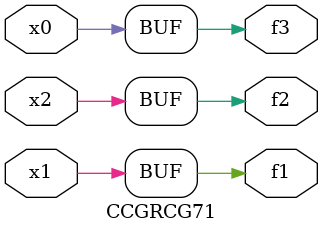
<source format=v>
module CCGRCG71(
	input x0, x1, x2,
	output f1, f2, f3
);
	assign f1 = x1;
	assign f2 = x2;
	assign f3 = x0;
endmodule

</source>
